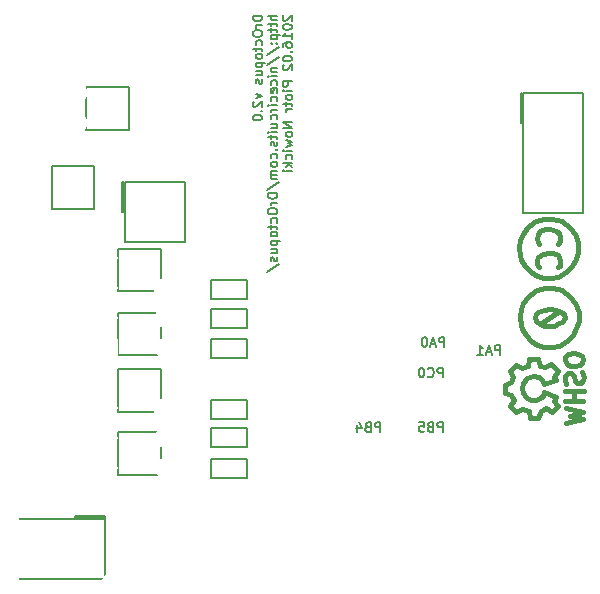
<source format=gbo>
G04 #@! TF.FileFunction,Legend,Bot*
%FSLAX46Y46*%
G04 Gerber Fmt 4.6, Leading zero omitted, Abs format (unit mm)*
G04 Created by KiCad (PCBNEW 4.0.0-rc1-stable) date 2016-02-04 20:23:29*
%MOMM*%
G01*
G04 APERTURE LIST*
%ADD10C,0.100000*%
%ADD11C,0.151000*%
%ADD12C,0.152000*%
%ADD13C,0.381000*%
%ADD14C,0.150000*%
%ADD15C,1.700000*%
%ADD16C,2.000000*%
%ADD17C,1.800000*%
%ADD18R,1.600000X2.000000*%
%ADD19O,1.600000X2.000000*%
%ADD20O,5.200000X5.200000*%
%ADD21R,1.100000X1.000000*%
%ADD22R,2.000000X1.600000*%
%ADD23O,2.000000X1.600000*%
%ADD24R,1.200000X1.150000*%
%ADD25O,1.600000X1.800000*%
%ADD26C,7.700000*%
%ADD27C,0.850000*%
%ADD28C,1.200000*%
%ADD29R,1.500000X1.500000*%
G04 APERTURE END LIST*
D10*
D11*
X71590905Y-51840476D02*
X70790905Y-51840476D01*
X70790905Y-52030952D01*
X70829000Y-52145238D01*
X70905190Y-52221429D01*
X70981381Y-52259524D01*
X71133762Y-52297619D01*
X71248048Y-52297619D01*
X71400429Y-52259524D01*
X71476619Y-52221429D01*
X71552810Y-52145238D01*
X71590905Y-52030952D01*
X71590905Y-51840476D01*
X71590905Y-52640476D02*
X71057571Y-52640476D01*
X71209952Y-52640476D02*
X71133762Y-52678571D01*
X71095667Y-52716667D01*
X71057571Y-52792857D01*
X71057571Y-52869048D01*
X70790905Y-53288095D02*
X70790905Y-53440476D01*
X70829000Y-53516667D01*
X70905190Y-53592857D01*
X71057571Y-53630952D01*
X71324238Y-53630952D01*
X71476619Y-53592857D01*
X71552810Y-53516667D01*
X71590905Y-53440476D01*
X71590905Y-53288095D01*
X71552810Y-53211905D01*
X71476619Y-53135714D01*
X71324238Y-53097619D01*
X71057571Y-53097619D01*
X70905190Y-53135714D01*
X70829000Y-53211905D01*
X70790905Y-53288095D01*
X71552810Y-54316666D02*
X71590905Y-54240476D01*
X71590905Y-54088095D01*
X71552810Y-54011904D01*
X71514714Y-53973809D01*
X71438524Y-53935714D01*
X71209952Y-53935714D01*
X71133762Y-53973809D01*
X71095667Y-54011904D01*
X71057571Y-54088095D01*
X71057571Y-54240476D01*
X71095667Y-54316666D01*
X71057571Y-54545237D02*
X71057571Y-54849999D01*
X70790905Y-54659523D02*
X71476619Y-54659523D01*
X71552810Y-54697618D01*
X71590905Y-54773809D01*
X71590905Y-54849999D01*
X71590905Y-55230952D02*
X71552810Y-55154761D01*
X71514714Y-55116666D01*
X71438524Y-55078571D01*
X71209952Y-55078571D01*
X71133762Y-55116666D01*
X71095667Y-55154761D01*
X71057571Y-55230952D01*
X71057571Y-55345238D01*
X71095667Y-55421428D01*
X71133762Y-55459523D01*
X71209952Y-55497619D01*
X71438524Y-55497619D01*
X71514714Y-55459523D01*
X71552810Y-55421428D01*
X71590905Y-55345238D01*
X71590905Y-55230952D01*
X71057571Y-55840476D02*
X71857571Y-55840476D01*
X71095667Y-55840476D02*
X71057571Y-55916667D01*
X71057571Y-56069048D01*
X71095667Y-56145238D01*
X71133762Y-56183333D01*
X71209952Y-56221429D01*
X71438524Y-56221429D01*
X71514714Y-56183333D01*
X71552810Y-56145238D01*
X71590905Y-56069048D01*
X71590905Y-55916667D01*
X71552810Y-55840476D01*
X71057571Y-56907143D02*
X71590905Y-56907143D01*
X71057571Y-56564286D02*
X71476619Y-56564286D01*
X71552810Y-56602381D01*
X71590905Y-56678572D01*
X71590905Y-56792858D01*
X71552810Y-56869048D01*
X71514714Y-56907143D01*
X71552810Y-57250001D02*
X71590905Y-57326191D01*
X71590905Y-57478572D01*
X71552810Y-57554763D01*
X71476619Y-57592858D01*
X71438524Y-57592858D01*
X71362333Y-57554763D01*
X71324238Y-57478572D01*
X71324238Y-57364287D01*
X71286143Y-57288096D01*
X71209952Y-57250001D01*
X71171857Y-57250001D01*
X71095667Y-57288096D01*
X71057571Y-57364287D01*
X71057571Y-57478572D01*
X71095667Y-57554763D01*
X71057571Y-58469049D02*
X71590905Y-58659525D01*
X71057571Y-58850001D01*
X70867095Y-59116668D02*
X70829000Y-59154763D01*
X70790905Y-59230954D01*
X70790905Y-59421430D01*
X70829000Y-59497620D01*
X70867095Y-59535716D01*
X70943286Y-59573811D01*
X71019476Y-59573811D01*
X71133762Y-59535716D01*
X71590905Y-59078573D01*
X71590905Y-59573811D01*
X71514714Y-59916668D02*
X71552810Y-59954763D01*
X71590905Y-59916668D01*
X71552810Y-59878573D01*
X71514714Y-59916668D01*
X71590905Y-59916668D01*
X70790905Y-60450001D02*
X70790905Y-60526192D01*
X70829000Y-60602382D01*
X70867095Y-60640477D01*
X70943286Y-60678573D01*
X71095667Y-60716668D01*
X71286143Y-60716668D01*
X71438524Y-60678573D01*
X71514714Y-60640477D01*
X71552810Y-60602382D01*
X71590905Y-60526192D01*
X71590905Y-60450001D01*
X71552810Y-60373811D01*
X71514714Y-60335715D01*
X71438524Y-60297620D01*
X71286143Y-60259525D01*
X71095667Y-60259525D01*
X70943286Y-60297620D01*
X70867095Y-60335715D01*
X70829000Y-60373811D01*
X70790905Y-60450001D01*
X72861905Y-51840476D02*
X72061905Y-51840476D01*
X72861905Y-52183333D02*
X72442857Y-52183333D01*
X72366667Y-52145238D01*
X72328571Y-52069048D01*
X72328571Y-51954762D01*
X72366667Y-51878571D01*
X72404762Y-51840476D01*
X72328571Y-52450000D02*
X72328571Y-52754762D01*
X72061905Y-52564286D02*
X72747619Y-52564286D01*
X72823810Y-52602381D01*
X72861905Y-52678572D01*
X72861905Y-52754762D01*
X72328571Y-52907143D02*
X72328571Y-53211905D01*
X72061905Y-53021429D02*
X72747619Y-53021429D01*
X72823810Y-53059524D01*
X72861905Y-53135715D01*
X72861905Y-53211905D01*
X72328571Y-53478572D02*
X73128571Y-53478572D01*
X72366667Y-53478572D02*
X72328571Y-53554763D01*
X72328571Y-53707144D01*
X72366667Y-53783334D01*
X72404762Y-53821429D01*
X72480952Y-53859525D01*
X72709524Y-53859525D01*
X72785714Y-53821429D01*
X72823810Y-53783334D01*
X72861905Y-53707144D01*
X72861905Y-53554763D01*
X72823810Y-53478572D01*
X72785714Y-54202382D02*
X72823810Y-54240477D01*
X72861905Y-54202382D01*
X72823810Y-54164287D01*
X72785714Y-54202382D01*
X72861905Y-54202382D01*
X72366667Y-54202382D02*
X72404762Y-54240477D01*
X72442857Y-54202382D01*
X72404762Y-54164287D01*
X72366667Y-54202382D01*
X72442857Y-54202382D01*
X72023810Y-55154763D02*
X73052381Y-54469048D01*
X72023810Y-55992858D02*
X73052381Y-55307143D01*
X72328571Y-56259524D02*
X72861905Y-56259524D01*
X72404762Y-56259524D02*
X72366667Y-56297619D01*
X72328571Y-56373810D01*
X72328571Y-56488096D01*
X72366667Y-56564286D01*
X72442857Y-56602381D01*
X72861905Y-56602381D01*
X72861905Y-56983334D02*
X72328571Y-56983334D01*
X72061905Y-56983334D02*
X72100000Y-56945239D01*
X72138095Y-56983334D01*
X72100000Y-57021429D01*
X72061905Y-56983334D01*
X72138095Y-56983334D01*
X72823810Y-57707143D02*
X72861905Y-57630953D01*
X72861905Y-57478572D01*
X72823810Y-57402381D01*
X72785714Y-57364286D01*
X72709524Y-57326191D01*
X72480952Y-57326191D01*
X72404762Y-57364286D01*
X72366667Y-57402381D01*
X72328571Y-57478572D01*
X72328571Y-57630953D01*
X72366667Y-57707143D01*
X72823810Y-58354762D02*
X72861905Y-58278572D01*
X72861905Y-58126191D01*
X72823810Y-58050000D01*
X72747619Y-58011905D01*
X72442857Y-58011905D01*
X72366667Y-58050000D01*
X72328571Y-58126191D01*
X72328571Y-58278572D01*
X72366667Y-58354762D01*
X72442857Y-58392857D01*
X72519048Y-58392857D01*
X72595238Y-58011905D01*
X72823810Y-59078571D02*
X72861905Y-59002381D01*
X72861905Y-58850000D01*
X72823810Y-58773809D01*
X72785714Y-58735714D01*
X72709524Y-58697619D01*
X72480952Y-58697619D01*
X72404762Y-58735714D01*
X72366667Y-58773809D01*
X72328571Y-58850000D01*
X72328571Y-59002381D01*
X72366667Y-59078571D01*
X72861905Y-59421428D02*
X72328571Y-59421428D01*
X72061905Y-59421428D02*
X72100000Y-59383333D01*
X72138095Y-59421428D01*
X72100000Y-59459523D01*
X72061905Y-59421428D01*
X72138095Y-59421428D01*
X72861905Y-59802380D02*
X72328571Y-59802380D01*
X72480952Y-59802380D02*
X72404762Y-59840475D01*
X72366667Y-59878571D01*
X72328571Y-59954761D01*
X72328571Y-60030952D01*
X72823810Y-60640475D02*
X72861905Y-60564285D01*
X72861905Y-60411904D01*
X72823810Y-60335713D01*
X72785714Y-60297618D01*
X72709524Y-60259523D01*
X72480952Y-60259523D01*
X72404762Y-60297618D01*
X72366667Y-60335713D01*
X72328571Y-60411904D01*
X72328571Y-60564285D01*
X72366667Y-60640475D01*
X72328571Y-61326189D02*
X72861905Y-61326189D01*
X72328571Y-60983332D02*
X72747619Y-60983332D01*
X72823810Y-61021427D01*
X72861905Y-61097618D01*
X72861905Y-61211904D01*
X72823810Y-61288094D01*
X72785714Y-61326189D01*
X72861905Y-61707142D02*
X72328571Y-61707142D01*
X72061905Y-61707142D02*
X72100000Y-61669047D01*
X72138095Y-61707142D01*
X72100000Y-61745237D01*
X72061905Y-61707142D01*
X72138095Y-61707142D01*
X72328571Y-61973808D02*
X72328571Y-62278570D01*
X72061905Y-62088094D02*
X72747619Y-62088094D01*
X72823810Y-62126189D01*
X72861905Y-62202380D01*
X72861905Y-62278570D01*
X72823810Y-62507142D02*
X72861905Y-62583332D01*
X72861905Y-62735713D01*
X72823810Y-62811904D01*
X72747619Y-62849999D01*
X72709524Y-62849999D01*
X72633333Y-62811904D01*
X72595238Y-62735713D01*
X72595238Y-62621428D01*
X72557143Y-62545237D01*
X72480952Y-62507142D01*
X72442857Y-62507142D01*
X72366667Y-62545237D01*
X72328571Y-62621428D01*
X72328571Y-62735713D01*
X72366667Y-62811904D01*
X72785714Y-63192856D02*
X72823810Y-63230951D01*
X72861905Y-63192856D01*
X72823810Y-63154761D01*
X72785714Y-63192856D01*
X72861905Y-63192856D01*
X72823810Y-63916665D02*
X72861905Y-63840475D01*
X72861905Y-63688094D01*
X72823810Y-63611903D01*
X72785714Y-63573808D01*
X72709524Y-63535713D01*
X72480952Y-63535713D01*
X72404762Y-63573808D01*
X72366667Y-63611903D01*
X72328571Y-63688094D01*
X72328571Y-63840475D01*
X72366667Y-63916665D01*
X72861905Y-64373808D02*
X72823810Y-64297617D01*
X72785714Y-64259522D01*
X72709524Y-64221427D01*
X72480952Y-64221427D01*
X72404762Y-64259522D01*
X72366667Y-64297617D01*
X72328571Y-64373808D01*
X72328571Y-64488094D01*
X72366667Y-64564284D01*
X72404762Y-64602379D01*
X72480952Y-64640475D01*
X72709524Y-64640475D01*
X72785714Y-64602379D01*
X72823810Y-64564284D01*
X72861905Y-64488094D01*
X72861905Y-64373808D01*
X72861905Y-64983332D02*
X72328571Y-64983332D01*
X72404762Y-64983332D02*
X72366667Y-65021427D01*
X72328571Y-65097618D01*
X72328571Y-65211904D01*
X72366667Y-65288094D01*
X72442857Y-65326189D01*
X72861905Y-65326189D01*
X72442857Y-65326189D02*
X72366667Y-65364285D01*
X72328571Y-65440475D01*
X72328571Y-65554761D01*
X72366667Y-65630951D01*
X72442857Y-65669046D01*
X72861905Y-65669046D01*
X72023810Y-66621428D02*
X73052381Y-65935713D01*
X72861905Y-66888094D02*
X72061905Y-66888094D01*
X72061905Y-67078570D01*
X72100000Y-67192856D01*
X72176190Y-67269047D01*
X72252381Y-67307142D01*
X72404762Y-67345237D01*
X72519048Y-67345237D01*
X72671429Y-67307142D01*
X72747619Y-67269047D01*
X72823810Y-67192856D01*
X72861905Y-67078570D01*
X72861905Y-66888094D01*
X72861905Y-67688094D02*
X72328571Y-67688094D01*
X72480952Y-67688094D02*
X72404762Y-67726189D01*
X72366667Y-67764285D01*
X72328571Y-67840475D01*
X72328571Y-67916666D01*
X72061905Y-68335713D02*
X72061905Y-68488094D01*
X72100000Y-68564285D01*
X72176190Y-68640475D01*
X72328571Y-68678570D01*
X72595238Y-68678570D01*
X72747619Y-68640475D01*
X72823810Y-68564285D01*
X72861905Y-68488094D01*
X72861905Y-68335713D01*
X72823810Y-68259523D01*
X72747619Y-68183332D01*
X72595238Y-68145237D01*
X72328571Y-68145237D01*
X72176190Y-68183332D01*
X72100000Y-68259523D01*
X72061905Y-68335713D01*
X72823810Y-69364284D02*
X72861905Y-69288094D01*
X72861905Y-69135713D01*
X72823810Y-69059522D01*
X72785714Y-69021427D01*
X72709524Y-68983332D01*
X72480952Y-68983332D01*
X72404762Y-69021427D01*
X72366667Y-69059522D01*
X72328571Y-69135713D01*
X72328571Y-69288094D01*
X72366667Y-69364284D01*
X72328571Y-69592855D02*
X72328571Y-69897617D01*
X72061905Y-69707141D02*
X72747619Y-69707141D01*
X72823810Y-69745236D01*
X72861905Y-69821427D01*
X72861905Y-69897617D01*
X72861905Y-70278570D02*
X72823810Y-70202379D01*
X72785714Y-70164284D01*
X72709524Y-70126189D01*
X72480952Y-70126189D01*
X72404762Y-70164284D01*
X72366667Y-70202379D01*
X72328571Y-70278570D01*
X72328571Y-70392856D01*
X72366667Y-70469046D01*
X72404762Y-70507141D01*
X72480952Y-70545237D01*
X72709524Y-70545237D01*
X72785714Y-70507141D01*
X72823810Y-70469046D01*
X72861905Y-70392856D01*
X72861905Y-70278570D01*
X72328571Y-70888094D02*
X73128571Y-70888094D01*
X72366667Y-70888094D02*
X72328571Y-70964285D01*
X72328571Y-71116666D01*
X72366667Y-71192856D01*
X72404762Y-71230951D01*
X72480952Y-71269047D01*
X72709524Y-71269047D01*
X72785714Y-71230951D01*
X72823810Y-71192856D01*
X72861905Y-71116666D01*
X72861905Y-70964285D01*
X72823810Y-70888094D01*
X72328571Y-71954761D02*
X72861905Y-71954761D01*
X72328571Y-71611904D02*
X72747619Y-71611904D01*
X72823810Y-71649999D01*
X72861905Y-71726190D01*
X72861905Y-71840476D01*
X72823810Y-71916666D01*
X72785714Y-71954761D01*
X72823810Y-72297619D02*
X72861905Y-72373809D01*
X72861905Y-72526190D01*
X72823810Y-72602381D01*
X72747619Y-72640476D01*
X72709524Y-72640476D01*
X72633333Y-72602381D01*
X72595238Y-72526190D01*
X72595238Y-72411905D01*
X72557143Y-72335714D01*
X72480952Y-72297619D01*
X72442857Y-72297619D01*
X72366667Y-72335714D01*
X72328571Y-72411905D01*
X72328571Y-72526190D01*
X72366667Y-72602381D01*
X72023810Y-73554762D02*
X73052381Y-72869047D01*
X73409095Y-51802381D02*
X73371000Y-51840476D01*
X73332905Y-51916667D01*
X73332905Y-52107143D01*
X73371000Y-52183333D01*
X73409095Y-52221429D01*
X73485286Y-52259524D01*
X73561476Y-52259524D01*
X73675762Y-52221429D01*
X74132905Y-51764286D01*
X74132905Y-52259524D01*
X73332905Y-52754762D02*
X73332905Y-52830953D01*
X73371000Y-52907143D01*
X73409095Y-52945238D01*
X73485286Y-52983334D01*
X73637667Y-53021429D01*
X73828143Y-53021429D01*
X73980524Y-52983334D01*
X74056714Y-52945238D01*
X74094810Y-52907143D01*
X74132905Y-52830953D01*
X74132905Y-52754762D01*
X74094810Y-52678572D01*
X74056714Y-52640476D01*
X73980524Y-52602381D01*
X73828143Y-52564286D01*
X73637667Y-52564286D01*
X73485286Y-52602381D01*
X73409095Y-52640476D01*
X73371000Y-52678572D01*
X73332905Y-52754762D01*
X74132905Y-53783334D02*
X74132905Y-53326191D01*
X74132905Y-53554762D02*
X73332905Y-53554762D01*
X73447190Y-53478572D01*
X73523381Y-53402381D01*
X73561476Y-53326191D01*
X73332905Y-54469048D02*
X73332905Y-54316667D01*
X73371000Y-54240477D01*
X73409095Y-54202382D01*
X73523381Y-54126191D01*
X73675762Y-54088096D01*
X73980524Y-54088096D01*
X74056714Y-54126191D01*
X74094810Y-54164286D01*
X74132905Y-54240477D01*
X74132905Y-54392858D01*
X74094810Y-54469048D01*
X74056714Y-54507144D01*
X73980524Y-54545239D01*
X73790048Y-54545239D01*
X73713857Y-54507144D01*
X73675762Y-54469048D01*
X73637667Y-54392858D01*
X73637667Y-54240477D01*
X73675762Y-54164286D01*
X73713857Y-54126191D01*
X73790048Y-54088096D01*
X74056714Y-54888096D02*
X74094810Y-54926191D01*
X74132905Y-54888096D01*
X74094810Y-54850001D01*
X74056714Y-54888096D01*
X74132905Y-54888096D01*
X73332905Y-55421429D02*
X73332905Y-55497620D01*
X73371000Y-55573810D01*
X73409095Y-55611905D01*
X73485286Y-55650001D01*
X73637667Y-55688096D01*
X73828143Y-55688096D01*
X73980524Y-55650001D01*
X74056714Y-55611905D01*
X74094810Y-55573810D01*
X74132905Y-55497620D01*
X74132905Y-55421429D01*
X74094810Y-55345239D01*
X74056714Y-55307143D01*
X73980524Y-55269048D01*
X73828143Y-55230953D01*
X73637667Y-55230953D01*
X73485286Y-55269048D01*
X73409095Y-55307143D01*
X73371000Y-55345239D01*
X73332905Y-55421429D01*
X73409095Y-55992858D02*
X73371000Y-56030953D01*
X73332905Y-56107144D01*
X73332905Y-56297620D01*
X73371000Y-56373810D01*
X73409095Y-56411906D01*
X73485286Y-56450001D01*
X73561476Y-56450001D01*
X73675762Y-56411906D01*
X74132905Y-55954763D01*
X74132905Y-56450001D01*
X74132905Y-57402382D02*
X73332905Y-57402382D01*
X73332905Y-57707144D01*
X73371000Y-57783335D01*
X73409095Y-57821430D01*
X73485286Y-57859525D01*
X73599571Y-57859525D01*
X73675762Y-57821430D01*
X73713857Y-57783335D01*
X73751952Y-57707144D01*
X73751952Y-57402382D01*
X74132905Y-58202382D02*
X73599571Y-58202382D01*
X73332905Y-58202382D02*
X73371000Y-58164287D01*
X73409095Y-58202382D01*
X73371000Y-58240477D01*
X73332905Y-58202382D01*
X73409095Y-58202382D01*
X74132905Y-58697620D02*
X74094810Y-58621429D01*
X74056714Y-58583334D01*
X73980524Y-58545239D01*
X73751952Y-58545239D01*
X73675762Y-58583334D01*
X73637667Y-58621429D01*
X73599571Y-58697620D01*
X73599571Y-58811906D01*
X73637667Y-58888096D01*
X73675762Y-58926191D01*
X73751952Y-58964287D01*
X73980524Y-58964287D01*
X74056714Y-58926191D01*
X74094810Y-58888096D01*
X74132905Y-58811906D01*
X74132905Y-58697620D01*
X73599571Y-59192858D02*
X73599571Y-59497620D01*
X73332905Y-59307144D02*
X74018619Y-59307144D01*
X74094810Y-59345239D01*
X74132905Y-59421430D01*
X74132905Y-59497620D01*
X74132905Y-59764287D02*
X73599571Y-59764287D01*
X73751952Y-59764287D02*
X73675762Y-59802382D01*
X73637667Y-59840478D01*
X73599571Y-59916668D01*
X73599571Y-59992859D01*
X74132905Y-60869049D02*
X73332905Y-60869049D01*
X74132905Y-61326192D01*
X73332905Y-61326192D01*
X74132905Y-61821430D02*
X74094810Y-61745239D01*
X74056714Y-61707144D01*
X73980524Y-61669049D01*
X73751952Y-61669049D01*
X73675762Y-61707144D01*
X73637667Y-61745239D01*
X73599571Y-61821430D01*
X73599571Y-61935716D01*
X73637667Y-62011906D01*
X73675762Y-62050001D01*
X73751952Y-62088097D01*
X73980524Y-62088097D01*
X74056714Y-62050001D01*
X74094810Y-62011906D01*
X74132905Y-61935716D01*
X74132905Y-61821430D01*
X73599571Y-62354764D02*
X74132905Y-62507145D01*
X73751952Y-62659526D01*
X74132905Y-62811907D01*
X73599571Y-62964288D01*
X74132905Y-63269049D02*
X73599571Y-63269049D01*
X73332905Y-63269049D02*
X73371000Y-63230954D01*
X73409095Y-63269049D01*
X73371000Y-63307144D01*
X73332905Y-63269049D01*
X73409095Y-63269049D01*
X74094810Y-63992858D02*
X74132905Y-63916668D01*
X74132905Y-63764287D01*
X74094810Y-63688096D01*
X74056714Y-63650001D01*
X73980524Y-63611906D01*
X73751952Y-63611906D01*
X73675762Y-63650001D01*
X73637667Y-63688096D01*
X73599571Y-63764287D01*
X73599571Y-63916668D01*
X73637667Y-63992858D01*
X74132905Y-64335715D02*
X73332905Y-64335715D01*
X73828143Y-64411906D02*
X74132905Y-64640477D01*
X73599571Y-64640477D02*
X73904333Y-64335715D01*
X74132905Y-64983334D02*
X73599571Y-64983334D01*
X73332905Y-64983334D02*
X73371000Y-64945239D01*
X73409095Y-64983334D01*
X73371000Y-65021429D01*
X73332905Y-64983334D01*
X73409095Y-64983334D01*
D12*
X59400000Y-80600000D02*
X63000000Y-80600000D01*
X63000000Y-80600000D02*
X63000000Y-77000000D01*
X63000000Y-77000000D02*
X59400000Y-77000000D01*
X59400000Y-77000000D02*
X59400000Y-80600000D01*
X59400000Y-90700000D02*
X63000000Y-90700000D01*
X63000000Y-90700000D02*
X63000000Y-87100000D01*
X63000000Y-87100000D02*
X59400000Y-87100000D01*
X59400000Y-87100000D02*
X59400000Y-90700000D01*
X59400000Y-75200000D02*
X63000000Y-75200000D01*
X63000000Y-75200000D02*
X63000000Y-71600000D01*
X63000000Y-71600000D02*
X59400000Y-71600000D01*
X59400000Y-71600000D02*
X59400000Y-75200000D01*
X59400000Y-85400000D02*
X63000000Y-85400000D01*
X63000000Y-85400000D02*
X63000000Y-81800000D01*
X63000000Y-81800000D02*
X59400000Y-81800000D01*
X59400000Y-81800000D02*
X59400000Y-85400000D01*
X50690000Y-99540000D02*
X58310000Y-99540000D01*
X58310000Y-99540000D02*
X58310000Y-94460000D01*
X58310000Y-94460000D02*
X50690000Y-94460000D01*
X50690000Y-94460000D02*
X50690000Y-99540000D01*
X55770000Y-94384000D02*
X58310000Y-94384000D01*
X58310000Y-94384000D02*
X58310000Y-94231000D01*
X58310000Y-94231000D02*
X55770000Y-94231000D01*
X55770000Y-94231000D02*
X55770000Y-94384000D01*
X65040000Y-71040000D02*
X65040000Y-65960000D01*
X65040000Y-65960000D02*
X59960000Y-65960000D01*
X59960000Y-65960000D02*
X59960000Y-71040000D01*
X59960000Y-71040000D02*
X65040000Y-71040000D01*
X59884000Y-68500000D02*
X59884000Y-65960000D01*
X59884000Y-65960000D02*
X59731000Y-65960000D01*
X59731000Y-65960000D02*
X59731000Y-68500000D01*
X59731000Y-68500000D02*
X59884000Y-68500000D01*
X98790000Y-68580000D02*
X98790000Y-58420000D01*
X98790000Y-58420000D02*
X93710000Y-58420000D01*
X93710000Y-58420000D02*
X93710000Y-68580000D01*
X93710000Y-68580000D02*
X98790000Y-68580000D01*
X93634000Y-60960000D02*
X93634000Y-58420000D01*
X93634000Y-58420000D02*
X93481000Y-58420000D01*
X93481000Y-58420000D02*
X93481000Y-60960000D01*
X93481000Y-60960000D02*
X93634000Y-60960000D01*
X57400000Y-64600000D02*
X53800000Y-64600000D01*
X53800000Y-64600000D02*
X53800000Y-68200000D01*
X53800000Y-68200000D02*
X57400000Y-68200000D01*
X57400000Y-68200000D02*
X57400000Y-64600000D01*
X60300000Y-57900000D02*
X56700000Y-57900000D01*
X56700000Y-57900000D02*
X56700000Y-61500000D01*
X56700000Y-61500000D02*
X60300000Y-61500000D01*
X60300000Y-61500000D02*
X60300000Y-57900000D01*
X67300000Y-79200000D02*
X67300000Y-80800000D01*
X67300000Y-80800000D02*
X70300000Y-80800000D01*
X70300000Y-80800000D02*
X70300000Y-79200000D01*
X70300000Y-79200000D02*
X67300000Y-79200000D01*
X67300000Y-76700000D02*
X67300000Y-78300000D01*
X67300000Y-78300000D02*
X70300000Y-78300000D01*
X70300000Y-78300000D02*
X70300000Y-76700000D01*
X70300000Y-76700000D02*
X67300000Y-76700000D01*
X67300000Y-74200000D02*
X67300000Y-75800000D01*
X67300000Y-75800000D02*
X70300000Y-75800000D01*
X70300000Y-75800000D02*
X70300000Y-74200000D01*
X70300000Y-74200000D02*
X67300000Y-74200000D01*
X67300000Y-89400000D02*
X67300000Y-91000000D01*
X67300000Y-91000000D02*
X70300000Y-91000000D01*
X70300000Y-91000000D02*
X70300000Y-89400000D01*
X70300000Y-89400000D02*
X67300000Y-89400000D01*
X67300000Y-86800000D02*
X67300000Y-88400000D01*
X67300000Y-88400000D02*
X70300000Y-88400000D01*
X70300000Y-88400000D02*
X70300000Y-86800000D01*
X70300000Y-86800000D02*
X67300000Y-86800000D01*
X67300000Y-84400000D02*
X67300000Y-86000000D01*
X67300000Y-86000000D02*
X70300000Y-86000000D01*
X70300000Y-86000000D02*
X70300000Y-84400000D01*
X70300000Y-84400000D02*
X67300000Y-84400000D01*
D13*
X95100000Y-77950000D02*
X96650000Y-76900000D01*
X95049900Y-73150200D02*
X94950840Y-73051140D01*
X94950840Y-73051140D02*
X94849240Y-72850480D01*
X94849240Y-72850480D02*
X94849240Y-72550760D01*
X94849240Y-72550760D02*
X94950840Y-72251040D01*
X94950840Y-72251040D02*
X95349620Y-72050380D01*
X95349620Y-72050380D02*
X95850000Y-71948780D01*
X95850000Y-71948780D02*
X96248780Y-71948780D01*
X96248780Y-71948780D02*
X96650100Y-72149440D01*
X96650100Y-72149440D02*
X96850760Y-72550760D01*
X96850760Y-72550760D02*
X96850760Y-72748880D01*
X96850760Y-72748880D02*
X96850760Y-73051140D01*
X96850760Y-73051140D02*
X96650100Y-73150200D01*
X95049900Y-71151220D02*
X94950840Y-71049620D01*
X94950840Y-71049620D02*
X94849240Y-70749900D01*
X94849240Y-70749900D02*
X94950840Y-70351120D01*
X94950840Y-70351120D02*
X95148960Y-70048860D01*
X95148960Y-70048860D02*
X95550280Y-69949800D01*
X95550280Y-69949800D02*
X95949060Y-69949800D01*
X95949060Y-69949800D02*
X96449440Y-70048860D01*
X96449440Y-70048860D02*
X96749160Y-70249520D01*
X96749160Y-70249520D02*
X96850760Y-70549240D01*
X96850760Y-70549240D02*
X96850760Y-70950560D01*
X96850760Y-70950560D02*
X96650100Y-71151220D01*
X93350640Y-71550000D02*
X93350640Y-71450940D01*
X93350640Y-71450940D02*
X93449700Y-70848960D01*
X93449700Y-70848960D02*
X93650360Y-70351120D01*
X93650360Y-70351120D02*
X94049140Y-69850740D01*
X94049140Y-69850740D02*
X94651120Y-69350360D01*
X94651120Y-69350360D02*
X95049900Y-69149700D01*
X95049900Y-69149700D02*
X95550280Y-69050640D01*
X95550280Y-69050640D02*
X96149720Y-69050640D01*
X96149720Y-69050640D02*
X96949820Y-69248760D01*
X96949820Y-69248760D02*
X97650860Y-69850740D01*
X97650860Y-69850740D02*
X98049640Y-70351120D01*
X98049640Y-70351120D02*
X98349360Y-71049620D01*
X98349360Y-71049620D02*
X98349360Y-71849720D01*
X98349360Y-71849720D02*
X98151240Y-72449160D01*
X98151240Y-72449160D02*
X97848980Y-73051140D01*
X97848980Y-73051140D02*
X97351140Y-73548980D01*
X97351140Y-73548980D02*
X96650100Y-73950300D01*
X96650100Y-73950300D02*
X96050660Y-74049360D01*
X96050660Y-74049360D02*
X95451220Y-74049360D01*
X95451220Y-74049360D02*
X94849240Y-73851240D01*
X94849240Y-73851240D02*
X94348860Y-73548980D01*
X94348860Y-73548980D02*
X93851020Y-73051140D01*
X93851020Y-73051140D02*
X93548760Y-72550760D01*
X93548760Y-72550760D02*
X93449700Y-72149440D01*
X93449700Y-72149440D02*
X93350640Y-71550000D01*
X94700000Y-77400000D02*
X94800000Y-77700000D01*
X94800000Y-77700000D02*
X95100000Y-77950000D01*
X95100000Y-77950000D02*
X95500000Y-78100000D01*
X95500000Y-78100000D02*
X95950000Y-78100000D01*
X95950000Y-78100000D02*
X96300000Y-78100000D01*
X96300000Y-78100000D02*
X96750000Y-77900000D01*
X96750000Y-77900000D02*
X97000000Y-77750000D01*
X97000000Y-77750000D02*
X97200000Y-77450000D01*
X97200000Y-77450000D02*
X97150000Y-77150000D01*
X97150000Y-77150000D02*
X96900000Y-76900000D01*
X96900000Y-76900000D02*
X96500000Y-76750000D01*
X96500000Y-76750000D02*
X95950000Y-76650000D01*
X95950000Y-76650000D02*
X95450000Y-76750000D01*
X95450000Y-76750000D02*
X94950000Y-76900000D01*
X94950000Y-76900000D02*
X94750000Y-77150000D01*
X94750000Y-77150000D02*
X94700000Y-77400000D01*
X93400640Y-77400000D02*
X93400640Y-77300940D01*
X93400640Y-77300940D02*
X93499700Y-76698960D01*
X93499700Y-76698960D02*
X93700360Y-76201120D01*
X93700360Y-76201120D02*
X94099140Y-75700740D01*
X94099140Y-75700740D02*
X94701120Y-75200360D01*
X94701120Y-75200360D02*
X95099900Y-74999700D01*
X95099900Y-74999700D02*
X95600280Y-74900640D01*
X95600280Y-74900640D02*
X96199720Y-74900640D01*
X96199720Y-74900640D02*
X96999820Y-75098760D01*
X96999820Y-75098760D02*
X97700860Y-75700740D01*
X97700860Y-75700740D02*
X98099640Y-76201120D01*
X98099640Y-76201120D02*
X98399360Y-76899620D01*
X98399360Y-76899620D02*
X98399360Y-77699720D01*
X98399360Y-77699720D02*
X98201240Y-78299160D01*
X98201240Y-78299160D02*
X97898980Y-78901140D01*
X97898980Y-78901140D02*
X97401140Y-79398980D01*
X97401140Y-79398980D02*
X96700100Y-79800300D01*
X96700100Y-79800300D02*
X96100660Y-79899360D01*
X96100660Y-79899360D02*
X95501220Y-79899360D01*
X95501220Y-79899360D02*
X94899240Y-79701240D01*
X94899240Y-79701240D02*
X94398860Y-79398980D01*
X94398860Y-79398980D02*
X93901020Y-78901140D01*
X93901020Y-78901140D02*
X93598760Y-78400760D01*
X93598760Y-78400760D02*
X93499700Y-77999440D01*
X93499700Y-77999440D02*
X93400640Y-77400000D01*
X97289860Y-85068780D02*
X98760520Y-85429460D01*
X98760520Y-85429460D02*
X97698800Y-85708860D01*
X97698800Y-85708860D02*
X98770680Y-86018740D01*
X98770680Y-86018740D02*
X97320340Y-86359100D01*
X97980740Y-83648920D02*
X97970580Y-84438860D01*
X97970580Y-84438860D02*
X97980740Y-84449020D01*
X97980740Y-84449020D02*
X97970580Y-84449020D01*
X97259380Y-84489660D02*
X98801160Y-84489660D01*
X97249220Y-83600660D02*
X98818940Y-83600660D01*
X98818940Y-83600660D02*
X98808780Y-83610820D01*
X97350820Y-83049480D02*
X97269540Y-82698960D01*
X97269540Y-82698960D02*
X97259380Y-82378920D01*
X97259380Y-82378920D02*
X97460040Y-82140160D01*
X97460040Y-82140160D02*
X97729280Y-82109680D01*
X97729280Y-82109680D02*
X97970580Y-82350980D01*
X97970580Y-82350980D02*
X98100120Y-82739600D01*
X98100120Y-82739600D02*
X98260140Y-82919940D01*
X98260140Y-82919940D02*
X98559860Y-82960580D01*
X98559860Y-82960580D02*
X98780840Y-82729440D01*
X98780840Y-82729440D02*
X98808780Y-82409400D01*
X98808780Y-82409400D02*
X98699560Y-82058880D01*
X97249220Y-81020020D02*
X97269540Y-80771100D01*
X97269540Y-80771100D02*
X97510840Y-80529800D01*
X97510840Y-80529800D02*
X98001060Y-80440900D01*
X98001060Y-80440900D02*
X98349040Y-80468840D01*
X98349040Y-80468840D02*
X98669080Y-80669500D01*
X98669080Y-80669500D02*
X98791000Y-80920960D01*
X98791000Y-80920960D02*
X98719880Y-81230840D01*
X98719880Y-81230840D02*
X98539540Y-81449280D01*
X98539540Y-81449280D02*
X98079800Y-81520400D01*
X98079800Y-81520400D02*
X97670860Y-81469600D01*
X97670860Y-81469600D02*
X97388920Y-81360380D01*
X97388920Y-81360380D02*
X97259380Y-80999700D01*
X95529640Y-81619460D02*
X96090980Y-81360380D01*
X96090980Y-81360380D02*
X96609140Y-81898860D01*
X96609140Y-81898860D02*
X96339900Y-82419560D01*
X96339900Y-82419560D02*
X96499920Y-82698960D01*
X96479600Y-84139140D02*
X96289100Y-84469340D01*
X96289100Y-84469340D02*
X96619300Y-84908760D01*
X96619300Y-84908760D02*
X96129080Y-85381200D01*
X96129080Y-85381200D02*
X95649020Y-85099260D01*
X95649020Y-85099260D02*
X95179120Y-85289760D01*
X95179120Y-85289760D02*
X94991160Y-85899360D01*
X94991160Y-85899360D02*
X94310440Y-85899360D01*
X94310440Y-85899360D02*
X94170740Y-85340560D01*
X94170740Y-85340560D02*
X93599240Y-85139900D01*
X93599240Y-85139900D02*
X93129340Y-85409140D01*
X93129340Y-85409140D02*
X92618800Y-84939240D01*
X92618800Y-84939240D02*
X92880420Y-84421080D01*
X92880420Y-84421080D02*
X92679760Y-83951180D01*
X92679760Y-83951180D02*
X92138740Y-83781000D01*
X92138740Y-83781000D02*
X92120960Y-83090120D01*
X92120960Y-83090120D02*
X92669600Y-82879300D01*
X92669600Y-82879300D02*
X92839780Y-82460200D01*
X92839780Y-82460200D02*
X92570540Y-81909020D01*
X92570540Y-81909020D02*
X93098860Y-81390860D01*
X93098860Y-81390860D02*
X93639880Y-81639780D01*
X93639880Y-81639780D02*
X94119940Y-81469600D01*
X94119940Y-81469600D02*
X94219000Y-80920960D01*
X94219000Y-80920960D02*
X94920040Y-80910800D01*
X94920040Y-80910800D02*
X95120700Y-81469600D01*
X95120700Y-81469600D02*
X95519480Y-81609300D01*
X95499160Y-83750520D02*
X95349300Y-84050240D01*
X95349300Y-84050240D02*
X95151180Y-84250900D01*
X95151180Y-84250900D02*
X94749860Y-84400760D01*
X94749860Y-84400760D02*
X94351080Y-84400760D01*
X94351080Y-84400760D02*
X94000560Y-84250900D01*
X94000560Y-84250900D02*
X93650040Y-83798780D01*
X93650040Y-83798780D02*
X93599240Y-83349200D01*
X93599240Y-83349200D02*
X93700840Y-82950420D01*
X93700840Y-82950420D02*
X94048820Y-82549100D01*
X94048820Y-82549100D02*
X94500940Y-82399240D01*
X94500940Y-82399240D02*
X94998780Y-82450040D01*
X94998780Y-82450040D02*
X95301040Y-82698960D01*
X95301040Y-82698960D02*
X95499160Y-83049480D01*
X95499160Y-83049480D02*
X96499920Y-82698960D01*
X95499160Y-83750520D02*
X96499920Y-84149300D01*
D14*
X87033333Y-79861905D02*
X87033333Y-79061905D01*
X86728571Y-79061905D01*
X86652380Y-79100000D01*
X86614285Y-79138095D01*
X86576190Y-79214286D01*
X86576190Y-79328571D01*
X86614285Y-79404762D01*
X86652380Y-79442857D01*
X86728571Y-79480952D01*
X87033333Y-79480952D01*
X86271428Y-79633333D02*
X85890476Y-79633333D01*
X86347619Y-79861905D02*
X86080952Y-79061905D01*
X85814285Y-79861905D01*
X85395238Y-79061905D02*
X85319047Y-79061905D01*
X85242857Y-79100000D01*
X85204762Y-79138095D01*
X85166666Y-79214286D01*
X85128571Y-79366667D01*
X85128571Y-79557143D01*
X85166666Y-79709524D01*
X85204762Y-79785714D01*
X85242857Y-79823810D01*
X85319047Y-79861905D01*
X85395238Y-79861905D01*
X85471428Y-79823810D01*
X85509524Y-79785714D01*
X85547619Y-79709524D01*
X85585714Y-79557143D01*
X85585714Y-79366667D01*
X85547619Y-79214286D01*
X85509524Y-79138095D01*
X85471428Y-79100000D01*
X85395238Y-79061905D01*
X91733333Y-80561905D02*
X91733333Y-79761905D01*
X91428571Y-79761905D01*
X91352380Y-79800000D01*
X91314285Y-79838095D01*
X91276190Y-79914286D01*
X91276190Y-80028571D01*
X91314285Y-80104762D01*
X91352380Y-80142857D01*
X91428571Y-80180952D01*
X91733333Y-80180952D01*
X90971428Y-80333333D02*
X90590476Y-80333333D01*
X91047619Y-80561905D02*
X90780952Y-79761905D01*
X90514285Y-80561905D01*
X89828571Y-80561905D02*
X90285714Y-80561905D01*
X90057143Y-80561905D02*
X90057143Y-79761905D01*
X90133333Y-79876190D01*
X90209524Y-79952381D01*
X90285714Y-79990476D01*
X81590476Y-87061905D02*
X81590476Y-86261905D01*
X81285714Y-86261905D01*
X81209523Y-86300000D01*
X81171428Y-86338095D01*
X81133333Y-86414286D01*
X81133333Y-86528571D01*
X81171428Y-86604762D01*
X81209523Y-86642857D01*
X81285714Y-86680952D01*
X81590476Y-86680952D01*
X80523809Y-86642857D02*
X80409523Y-86680952D01*
X80371428Y-86719048D01*
X80333333Y-86795238D01*
X80333333Y-86909524D01*
X80371428Y-86985714D01*
X80409523Y-87023810D01*
X80485714Y-87061905D01*
X80790476Y-87061905D01*
X80790476Y-86261905D01*
X80523809Y-86261905D01*
X80447619Y-86300000D01*
X80409523Y-86338095D01*
X80371428Y-86414286D01*
X80371428Y-86490476D01*
X80409523Y-86566667D01*
X80447619Y-86604762D01*
X80523809Y-86642857D01*
X80790476Y-86642857D01*
X79647619Y-86528571D02*
X79647619Y-87061905D01*
X79838095Y-86223810D02*
X80028571Y-86795238D01*
X79533333Y-86795238D01*
X86890476Y-87061905D02*
X86890476Y-86261905D01*
X86585714Y-86261905D01*
X86509523Y-86300000D01*
X86471428Y-86338095D01*
X86433333Y-86414286D01*
X86433333Y-86528571D01*
X86471428Y-86604762D01*
X86509523Y-86642857D01*
X86585714Y-86680952D01*
X86890476Y-86680952D01*
X85823809Y-86642857D02*
X85709523Y-86680952D01*
X85671428Y-86719048D01*
X85633333Y-86795238D01*
X85633333Y-86909524D01*
X85671428Y-86985714D01*
X85709523Y-87023810D01*
X85785714Y-87061905D01*
X86090476Y-87061905D01*
X86090476Y-86261905D01*
X85823809Y-86261905D01*
X85747619Y-86300000D01*
X85709523Y-86338095D01*
X85671428Y-86414286D01*
X85671428Y-86490476D01*
X85709523Y-86566667D01*
X85747619Y-86604762D01*
X85823809Y-86642857D01*
X86090476Y-86642857D01*
X84909523Y-86261905D02*
X85290476Y-86261905D01*
X85328571Y-86642857D01*
X85290476Y-86604762D01*
X85214285Y-86566667D01*
X85023809Y-86566667D01*
X84947619Y-86604762D01*
X84909523Y-86642857D01*
X84871428Y-86719048D01*
X84871428Y-86909524D01*
X84909523Y-86985714D01*
X84947619Y-87023810D01*
X85023809Y-87061905D01*
X85214285Y-87061905D01*
X85290476Y-87023810D01*
X85328571Y-86985714D01*
X86890476Y-82461905D02*
X86890476Y-81661905D01*
X86585714Y-81661905D01*
X86509523Y-81700000D01*
X86471428Y-81738095D01*
X86433333Y-81814286D01*
X86433333Y-81928571D01*
X86471428Y-82004762D01*
X86509523Y-82042857D01*
X86585714Y-82080952D01*
X86890476Y-82080952D01*
X85633333Y-82385714D02*
X85671428Y-82423810D01*
X85785714Y-82461905D01*
X85861904Y-82461905D01*
X85976190Y-82423810D01*
X86052381Y-82347619D01*
X86090476Y-82271429D01*
X86128571Y-82119048D01*
X86128571Y-82004762D01*
X86090476Y-81852381D01*
X86052381Y-81776190D01*
X85976190Y-81700000D01*
X85861904Y-81661905D01*
X85785714Y-81661905D01*
X85671428Y-81700000D01*
X85633333Y-81738095D01*
X85138095Y-81661905D02*
X85061904Y-81661905D01*
X84985714Y-81700000D01*
X84947619Y-81738095D01*
X84909523Y-81814286D01*
X84871428Y-81966667D01*
X84871428Y-82157143D01*
X84909523Y-82309524D01*
X84947619Y-82385714D01*
X84985714Y-82423810D01*
X85061904Y-82461905D01*
X85138095Y-82461905D01*
X85214285Y-82423810D01*
X85252381Y-82385714D01*
X85290476Y-82309524D01*
X85328571Y-82157143D01*
X85328571Y-81966667D01*
X85290476Y-81814286D01*
X85252381Y-81738095D01*
X85214285Y-81700000D01*
X85138095Y-81661905D01*
%LPC*%
D15*
X97000000Y-87500000D02*
X100000000Y-87500000D01*
X97000000Y-91000000D02*
X100000000Y-91000000D01*
X96000000Y-93000000D02*
X100000000Y-93000000D01*
X93000000Y-96000000D02*
X93000000Y-100000000D01*
X67000000Y-96000000D02*
X67000000Y-100000000D01*
X61000000Y-96000000D02*
X61000000Y-100000000D01*
X67000000Y-50000000D02*
X67000000Y-54000000D01*
X61000000Y-54000000D02*
X61000000Y-50000000D01*
X99000000Y-52000000D02*
X99000000Y-51000000D01*
X93000000Y-54000000D02*
X93000000Y-50000000D01*
X100000000Y-57000000D02*
X96000000Y-57000000D01*
D16*
X99000000Y-99000000D02*
X99000000Y-98000000D01*
X50000000Y-50000000D02*
X50000000Y-100000000D01*
X100000000Y-50000000D02*
X50000000Y-50000000D01*
D17*
X100000000Y-100000000D02*
X100000000Y-50000000D01*
D16*
X59000000Y-100000000D02*
X100000000Y-100000000D01*
D18*
X81490000Y-65300000D03*
D19*
X84030000Y-65300000D03*
X86570000Y-65300000D03*
X89110000Y-65300000D03*
D20*
X96950000Y-89250000D03*
D21*
X60150000Y-79750000D03*
X60150000Y-77850000D03*
X62250000Y-78800000D03*
X60150000Y-89850000D03*
X60150000Y-87950000D03*
X62250000Y-88900000D03*
X60150000Y-74350000D03*
X60150000Y-72450000D03*
X62250000Y-73400000D03*
X60150000Y-84550000D03*
X60150000Y-82650000D03*
X62250000Y-83600000D03*
D22*
X58420000Y-92710000D03*
D23*
X58420000Y-90170000D03*
X58420000Y-87630000D03*
X58420000Y-85090000D03*
X55880000Y-92710000D03*
X55880000Y-90170000D03*
X55880000Y-87630000D03*
X55880000Y-85090000D03*
X53340000Y-92710000D03*
X53340000Y-90170000D03*
X53340000Y-87630000D03*
X53340000Y-85090000D03*
D22*
X58420000Y-80010000D03*
D23*
X58420000Y-77470000D03*
X58420000Y-74930000D03*
X58420000Y-72390000D03*
X55880000Y-80010000D03*
X55880000Y-77470000D03*
X55880000Y-74930000D03*
X55880000Y-72390000D03*
X53340000Y-80010000D03*
X53340000Y-77470000D03*
X53340000Y-74930000D03*
X53340000Y-72390000D03*
D18*
X57040000Y-95730000D03*
D19*
X57040000Y-98270000D03*
X54500000Y-95730000D03*
X54500000Y-98270000D03*
X51960000Y-95730000D03*
X51960000Y-98270000D03*
D22*
X61230000Y-67230000D03*
D23*
X63770000Y-67230000D03*
X61230000Y-69770000D03*
X63770000Y-69770000D03*
D22*
X94980000Y-59690000D03*
D23*
X97520000Y-59690000D03*
X94980000Y-62230000D03*
X97520000Y-62230000D03*
X94980000Y-64770000D03*
X97520000Y-64770000D03*
X94980000Y-67310000D03*
X97520000Y-67310000D03*
D22*
X63500000Y-74930000D03*
D23*
X66040000Y-74930000D03*
X63500000Y-77470000D03*
X66040000Y-77470000D03*
X63500000Y-80010000D03*
X66040000Y-80010000D03*
D22*
X63500000Y-85090000D03*
D23*
X66040000Y-85090000D03*
X63500000Y-87630000D03*
X66040000Y-87630000D03*
X63500000Y-90170000D03*
X66040000Y-90170000D03*
D22*
X55880000Y-63500000D03*
D23*
X53340000Y-63500000D03*
X55880000Y-60960000D03*
X53340000Y-60960000D03*
X55880000Y-58420000D03*
X53340000Y-58420000D03*
D21*
X56650000Y-65450000D03*
X56650000Y-67350000D03*
X54550000Y-66400000D03*
X59550000Y-58750000D03*
X59550000Y-60650000D03*
X57450000Y-59700000D03*
D24*
X68075000Y-80000000D03*
X69525000Y-80000000D03*
X68075000Y-77500000D03*
X69525000Y-77500000D03*
X68075000Y-75000000D03*
X69525000Y-75000000D03*
X68075000Y-90200000D03*
X69525000Y-90200000D03*
X68075000Y-87600000D03*
X69525000Y-87600000D03*
X68075000Y-85200000D03*
X69525000Y-85200000D03*
D18*
X78890000Y-59370000D03*
D19*
X78890000Y-56830000D03*
X81430000Y-59370000D03*
X81430000Y-56830000D03*
X83970000Y-59370000D03*
X83970000Y-56830000D03*
D25*
X86510000Y-59370000D03*
X86510000Y-56830000D03*
D26*
X64000000Y-54000000D03*
D27*
X66675000Y-54000000D03*
X65892000Y-52108000D03*
X64000000Y-51325000D03*
X62108000Y-52108000D03*
X61325000Y-54000000D03*
X62108000Y-55892000D03*
X64000000Y-56675000D03*
X65892000Y-55892000D03*
D26*
X64000000Y-96000000D03*
D27*
X66675000Y-96000000D03*
X65892000Y-94108000D03*
X64000000Y-93325000D03*
X62108000Y-94108000D03*
X61325000Y-96000000D03*
X62108000Y-97892000D03*
X64000000Y-98675000D03*
X65892000Y-97892000D03*
D26*
X96000000Y-96000000D03*
D27*
X98675000Y-96000000D03*
X97892000Y-94108000D03*
X96000000Y-93325000D03*
X94108000Y-94108000D03*
X93325000Y-96000000D03*
X94108000Y-97892000D03*
X96000000Y-98675000D03*
X97892000Y-97892000D03*
D26*
X96000000Y-54000000D03*
D27*
X98675000Y-54000000D03*
X97892000Y-52108000D03*
X96000000Y-51325000D03*
X94108000Y-52108000D03*
X93325000Y-54000000D03*
X94108000Y-55892000D03*
X96000000Y-56675000D03*
X97892000Y-55892000D03*
D28*
X88000000Y-79450000D03*
X90650000Y-78750000D03*
X82550000Y-86600000D03*
X83750000Y-86600000D03*
X88000000Y-82100000D03*
D29*
X56900000Y-53400000D03*
X80000000Y-98200000D03*
M02*

</source>
